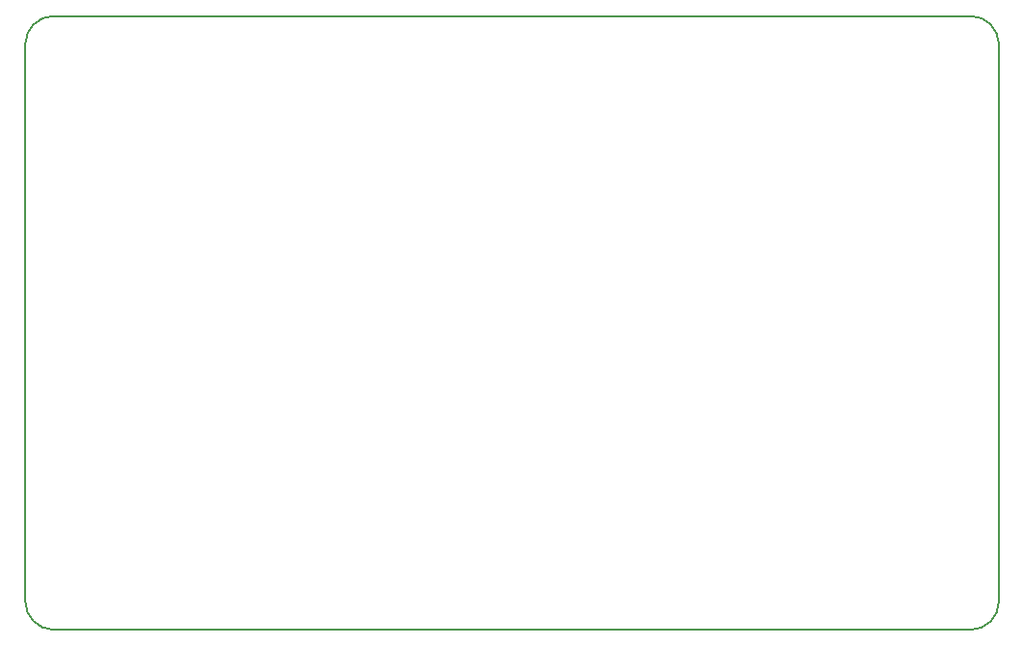
<source format=gbr>
%TF.GenerationSoftware,KiCad,Pcbnew,(5.1.9)-1*%
%TF.CreationDate,2021-11-12T20:27:25+01:00*%
%TF.ProjectId,drawing,64726177-696e-4672-9e6b-696361645f70,rev?*%
%TF.SameCoordinates,Original*%
%TF.FileFunction,Profile,NP*%
%FSLAX46Y46*%
G04 Gerber Fmt 4.6, Leading zero omitted, Abs format (unit mm)*
G04 Created by KiCad (PCBNEW (5.1.9)-1) date 2021-11-12 20:27:25*
%MOMM*%
%LPD*%
G01*
G04 APERTURE LIST*
%TA.AperFunction,Profile*%
%ADD10C,0.150000*%
%TD*%
G04 APERTURE END LIST*
D10*
X-42100000Y21400000D02*
X-42100000Y-27500000D01*
X40900000Y23900000D02*
X-39600000Y23900000D01*
X43400000Y-27500000D02*
X43400000Y21400000D01*
X-39600000Y-30000000D02*
X40900000Y-30000000D01*
X-39600000Y-30000000D02*
G75*
G02*
X-42100000Y-27500000I0J2500000D01*
G01*
X43400000Y-27500000D02*
G75*
G02*
X40900000Y-30000000I-2500000J0D01*
G01*
X40900000Y23900000D02*
G75*
G02*
X43400000Y21400000I0J-2500000D01*
G01*
X-42100000Y21400000D02*
G75*
G02*
X-39600000Y23900000I2500000J0D01*
G01*
M02*

</source>
